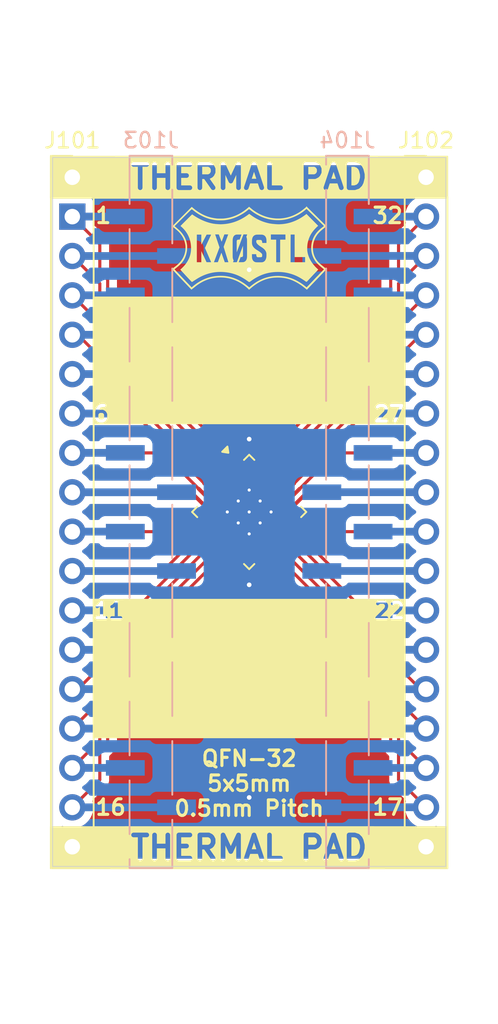
<source format=kicad_pcb>
(kicad_pcb (version 20241229) (generator "pcbnew") (generator_version "9.0")
  (layers (0 "F.Cu" signal) (2 "B.Cu" signal) (13 "F.Paste" user) (15 "B.Paste" user) (5 "F.SilkS" user "F.Silkscreen") (7 "B.SilkS" user "B.Silkscreen") (1 "F.Mask" user) (3 "B.Mask" user) (25 "Edge.Cuts" user))
  (net 0 "")
  (net 1 "/27")
  (net 2 "/10")
  (net 3 "/3")
  (net 4 "/6")
  (net 5 "/8")
  (net 6 "/1")
  (net 7 "/31")
  (net 8 "/7")
  (net 9 "/28")
  (net 10 "/2")
  (net 11 "/32")
  (net 12 "/24")
  (net 13 "/23")
  (net 14 "/19")
  (net 15 "/20")
  (net 16 "/18")
  (net 17 "/9")
  (net 18 "/14")
  (net 19 "/26")
  (net 20 "/21")
  (net 21 "/16")
  (net 22 "/29")
  (net 23 "/15")
  (net 24 "/25")
  (net 25 "/30")
  (net 26 "/33")
  (net 27 "/17")
  (net 28 "/5")
  (net 29 "/4")
  (net 30 "/13")
  (net 31 "/12")
  (net 32 "/11")
  (net 33 "/22")
  (footprint "Package_DFN_QFN:QFN-32-1EP_5x5mm_P0.5mm_EP3.1x3.1mm_ThermalVias" (layer "F.Cu") (at 138.43 120.65 -45)
    (property "Reference" "U101" (hide yes))
    (property "Value" "QFN-48")
    (pad "1" smd roundrect (at -2.7875 -1.75 315) (size 1.325 0.25) (layers "F.Cu" "F.Mask" "F.Paste") (net 6 "/1"))
    (pad "2" smd roundrect (at -2.7875 -1.25 315) (size 1.325 0.25) (layers "F.Cu" "F.Mask" "F.Paste") (net 10 "/2"))
    (pad "3" smd roundrect (at -2.7875 -0.75 315) (size 1.325 0.25) (layers "F.Cu" "F.Mask" "F.Paste") (net 3 "/3"))
    (pad "4" smd roundrect (at -2.7875 -0.25 315) (size 1.325 0.25) (layers "F.Cu" "F.Mask" "F.Paste") (net 29 "/4"))
    (pad "5" smd roundrect (at -2.7875 0.25 315) (size 1.325 0.25) (layers "F.Cu" "F.Mask" "F.Paste") (net 28 "/5"))
    (pad "6" smd roundrect (at -2.7875 0.75 315) (size 1.325 0.25) (layers "F.Cu" "F.Mask" "F.Paste") (net 4 "/6"))
    (pad "7" smd roundrect (at -2.7875 1.25 315) (size 1.325 0.25) (layers "F.Cu" "F.Mask" "F.Paste") (net 8 "/7"))
    (pad "8" smd roundrect (at -2.7875 1.75 315) (size 1.325 0.25) (layers "F.Cu" "F.Mask" "F.Paste") (net 5 "/8"))
    (pad "9" smd roundrect (at -1.75 2.7875 315) (size 0.25 1.325) (layers "F.Cu" "F.Mask" "F.Paste") (net 17 "/9"))
    (pad "10" smd roundrect (at -1.25 2.7875 315) (size 0.25 1.325) (layers "F.Cu" "F.Mask" "F.Paste") (net 2 "/10"))
    (pad "11" smd roundrect (at -0.75 2.7875 315) (size 0.25 1.325) (layers "F.Cu" "F.Mask" "F.Paste") (net 32 "/11"))
    (pad "12" smd roundrect (at -0.25 2.7875 315) (size 0.25 1.325) (layers "F.Cu" "F.Mask" "F.Paste") (net 31 "/12"))
    (pad "13" smd roundrect (at 0.25 2.7875 315) (size 0.25 1.325) (layers "F.Cu" "F.Mask" "F.Paste") (net 30 "/13"))
    (pad "14" smd roundrect (at 0.75 2.7875 315) (size 0.25 1.325) (layers "F.Cu" "F.Mask" "F.Paste") (net 18 "/14"))
    (pad "15" smd roundrect (at 1.25 2.7875 315) (size 0.25 1.325) (layers "F.Cu" "F.Mask" "F.Paste") (net 23 "/15"))
    (pad "16" smd roundrect (at 1.75 2.7875 315) (size 0.25 1.325) (layers "F.Cu" "F.Mask" "F.Paste") (net 21 "/16"))
    (pad "17" smd roundrect (at 2.7875 1.75 315) (size 1.325 0.25) (layers "F.Cu" "F.Mask" "F.Paste") (net 27 "/17"))
    (pad "18" smd roundrect (at 2.7875 1.25 315) (size 1.325 0.25) (layers "F.Cu" "F.Mask" "F.Paste") (net 16 "/18"))
    (pad "19" smd roundrect (at 2.7875 0.75 315) (size 1.325 0.25) (layers "F.Cu" "F.Mask" "F.Paste") (net 14 "/19"))
    (pad "20" smd roundrect (at 2.7875 0.25 315) (size 1.325 0.25) (layers "F.Cu" "F.Mask" "F.Paste") (net 15 "/20"))
    (pad "21" smd roundrect (at 2.7875 -0.25 315) (size 1.325 0.25) (layers "F.Cu" "F.Mask" "F.Paste") (net 20 "/21"))
    (pad "22" smd roundrect (at 2.7875 -0.75 315) (size 1.325 0.25) (layers "F.Cu" "F.Mask" "F.Paste") (net 33 "/22"))
    (pad "23" smd roundrect (at 2.7875 -1.25 315) (size 1.325 0.25) (layers "F.Cu" "F.Mask" "F.Paste") (net 13 "/23"))
    (pad "24" smd roundrect (at 2.7875 -1.75 315) (size 1.325 0.25) (layers "F.Cu" "F.Mask" "F.Paste") (net 12 "/24"))
    (pad "25" smd roundrect (at 1.75 -2.7875 315) (size 0.25 1.325) (layers "F.Cu" "F.Mask" "F.Paste") (net 24 "/25"))
    (pad "26" smd roundrect (at 1.25 -2.7875 315) (size 0.25 1.325) (layers "F.Cu" "F.Mask" "F.Paste") (net 19 "/26"))
    (pad "27" smd roundrect (at 0.75 -2.7875 315) (size 0.25 1.325) (layers "F.Cu" "F.Mask" "F.Paste") (net 1 "/27"))
    (pad "28" smd roundrect (at 0.25 -2.7875 315) (size 0.25 1.325) (layers "F.Cu" "F.Mask" "F.Paste") (net 9 "/28"))
    (pad "29" smd roundrect (at -0.25 -2.7875 315) (size 0.25 1.325) (layers "F.Cu" "F.Mask" "F.Paste") (net 22 "/29"))
    (pad "30" smd roundrect (at -0.75 -2.7875 315) (size 0.25 1.325) (layers "F.Cu" "F.Mask" "F.Paste") (net 25 "/30"))
    (pad "31" smd roundrect (at -1.25 -2.7875 315) (size 0.25 1.325) (layers "F.Cu" "F.Mask" "F.Paste") (net 7 "/31"))
    (pad "32" smd roundrect (at -1.75 -2.7875 315) (size 0.25 1.325) (layers "F.Cu" "F.Mask" "F.Paste") (net 11 "/32"))
    (pad "33" thru_hole circle (at -1 -1 315) (size 0.5 0.5) (drill 0.2) (property pad_prop_heatsink) (layers "*.Cu") (net 26 "/33"))
    (pad "33" thru_hole circle (at -1 0 315) (size 0.5 0.5) (drill 0.2) (property pad_prop_heatsink) (layers "*.Cu") (net 26 "/33"))
    (pad "33" thru_hole circle (at -1 1 315) (size 0.5 0.5) (drill 0.2) (property pad_prop_heatsink) (layers "*.Cu") (net 26 "/33"))
    (pad "33" thru_hole circle (at 0 -1 315) (size 0.5 0.5) (drill 0.2) (property pad_prop_heatsink) (layers "*.Cu") (net 26 "/33"))
    (pad "33" thru_hole circle (at 0 0 315) (size 0.5 0.5) (drill 0.2) (property pad_prop_heatsink) (layers "*.Cu") (net 26 "/33"))
    (pad "33" smd rect (at 0 0 315) (size 2.5 2.5) (property pad_prop_heatsink) (layers "F.Cu" "F.Mask") (net 26 "/33"))
    (pad "33" smd rect (at 0 0 315) (size 2.5 2.5) (property pad_prop_heatsink) (layers "B.Cu") (net 26 "/33"))
    (pad "33" thru_hole circle (at 0 1 315) (size 0.5 0.5) (drill 0.2) (property pad_prop_heatsink) (layers "*.Cu") (net 26 "/33"))
    (pad "33" thru_hole circle (at 1 -1 315) (size 0.5 0.5) (drill 0.2) (property pad_prop_heatsink) (layers "*.Cu") (net 26 "/33"))
    (pad "33" thru_hole circle (at 1 0 315) (size 0.5 0.5) (drill 0.2) (property pad_prop_heatsink) (layers "*.Cu") (net 26 "/33"))
    (pad "33" thru_hole circle (at 1 1 315) (size 0.5 0.5) (drill 0.2) (property pad_prop_heatsink) (layers "*.Cu") (net 26 "/33"))
  )
  (footprint "Connector_PinHeader_2.54mm:PinHeader_1x18_P2.54mm_Vertical" (layer "F.Cu") (at 127 99.061642)
    (property "Reference" "J101" (at 0 -2.38 0) (layer "F.SilkS"))
    (property "Value" "Conn_01x26")
    (pad "1" thru_hole circle (at 0 0) (size 1.7 1.7) (drill 1) (layers "*.Cu" "*.Mask") (net 26 "/33"))
    (pad "2" thru_hole rect (at 0 2.54) (size 1.7 1.7) (drill 1) (layers "*.Cu" "*.Mask") (net 6 "/1"))
    (pad "3" thru_hole circle (at 0 5.08) (size 1.7 1.7) (drill 1) (layers "*.Cu" "*.Mask") (net 10 "/2"))
    (pad "4" thru_hole circle (at 0 7.62) (size 1.7 1.7) (drill 1) (layers "*.Cu" "*.Mask") (net 3 "/3"))
    (pad "5" thru_hole circle (at 0 10.16) (size 1.7 1.7) (drill 1) (layers "*.Cu" "*.Mask") (net 29 "/4"))
    (pad "6" thru_hole circle (at 0 12.7) (size 1.7 1.7) (drill 1) (layers "*.Cu" "*.Mask") (net 28 "/5"))
    (pad "7" thru_hole circle (at 0 15.24) (size 1.7 1.7) (drill 1) (layers "*.Cu" "*.Mask") (net 4 "/6"))
    (pad "8" thru_hole circle (at 0 17.78) (size 1.7 1.7) (drill 1) (layers "*.Cu" "*.Mask") (net 8 "/7"))
    (pad "9" thru_hole circle (at 0 20.32) (size 1.7 1.7) (drill 1) (layers "*.Cu" "*.Mask") (net 5 "/8"))
    (pad "10" thru_hole circle (at 0 22.86) (size 1.7 1.7) (drill 1) (layers "*.Cu" "*.Mask") (net 17 "/9"))
    (pad "11" thru_hole circle (at 0 25.4) (size 1.7 1.7) (drill 1) (layers "*.Cu" "*.Mask") (net 2 "/10"))
    (pad "12" thru_hole circle (at 0 27.94) (size 1.7 1.7) (drill 1) (layers "*.Cu" "*.Mask") (net 32 "/11"))
    (pad "13" thru_hole circle (at 0 30.48) (size 1.7 1.7) (drill 1) (layers "*.Cu" "*.Mask") (net 31 "/12"))
    (pad "14" thru_hole circle (at 0 33.02) (size 1.7 1.7) (drill 1) (layers "*.Cu" "*.Mask") (net 30 "/13"))
    (pad "15" thru_hole circle (at 0 35.56) (size 1.7 1.7) (drill 1) (layers "*.Cu" "*.Mask") (net 18 "/14"))
    (pad "16" thru_hole circle (at 0 38.1) (size 1.7 1.7) (drill 1) (layers "*.Cu" "*.Mask") (net 23 "/15"))
    (pad "17" thru_hole circle (at 0 40.64) (size 1.7 1.7) (drill 1) (layers "*.Cu" "*.Mask") (net 21 "/16"))
    (pad "18" thru_hole circle (at 0 43.18) (size 1.7 1.7) (drill 1) (layers "*.Cu" "*.Mask") (net 26 "/33"))
  )
  (footprint "libraries:Logo_10mm_inv" (layer "F.Cu") (at 138.43 103.632)
    (property "Reference" "G***" (hide yes))
    (property "Value" "LOGO" (hide yes))
  )
  (footprint "Connector_PinHeader_2.54mm:PinHeader_1x18_P2.54mm_Vertical" (layer "F.Cu") (at 149.86 99.061642)
    (property "Reference" "J102" (at 0 -2.38 0) (layer "F.SilkS"))
    (property "Value" "Conn_01x26")
    (pad "1" thru_hole circle (at 0 0) (size 1.7 1.7) (drill 1) (layers "*.Cu" "*.Mask") (net 26 "/33"))
    (pad "2" thru_hole circle (at 0 2.54) (size 1.7 1.7) (drill 1) (layers "*.Cu" "*.Mask") (net 11 "/32"))
    (pad "3" thru_hole circle (at 0 5.08) (size 1.7 1.7) (drill 1) (layers "*.Cu" "*.Mask") (net 7 "/31"))
    (pad "4" thru_hole circle (at 0 7.62) (size 1.7 1.7) (drill 1) (layers "*.Cu" "*.Mask") (net 25 "/30"))
    (pad "5" thru_hole circle (at 0 10.16) (size 1.7 1.7) (drill 1) (layers "*.Cu" "*.Mask") (net 22 "/29"))
    (pad "6" thru_hole circle (at 0 12.7) (size 1.7 1.7) (drill 1) (layers "*.Cu" "*.Mask") (net 9 "/28"))
    (pad "7" thru_hole circle (at 0 15.24) (size 1.7 1.7) (drill 1) (layers "*.Cu" "*.Mask") (net 1 "/27"))
    (pad "8" thru_hole circle (at 0 17.78) (size 1.7 1.7) (drill 1) (layers "*.Cu" "*.Mask") (net 19 "/26"))
    (pad "9" thru_hole circle (at 0 20.32) (size 1.7 1.7) (drill 1) (layers "*.Cu" "*.Mask") (net 24 "/25"))
    (pad "10" thru_hole circle (at 0 22.86) (size 1.7 1.7) (drill 1) (layers "*.Cu" "*.Mask") (net 12 "/24"))
    (pad "11" thru_hole circle (at 0 25.4) (size 1.7 1.7) (drill 1) (layers "*.Cu" "*.Mask") (net 13 "/23"))
    (pad "12" thru_hole circle (at 0 27.94) (size 1.7 1.7) (drill 1) (layers "*.Cu" "*.Mask") (net 33 "/22"))
    (pad "13" thru_hole circle (at 0 30.48) (size 1.7 1.7) (drill 1) (layers "*.Cu" "*.Mask") (net 20 "/21"))
    (pad "14" thru_hole circle (at 0 33.02) (size 1.7 1.7) (drill 1) (layers "*.Cu" "*.Mask") (net 15 "/20"))
    (pad "15" thru_hole circle (at 0 35.56) (size 1.7 1.7) (drill 1) (layers "*.Cu" "*.Mask") (net 14 "/19"))
    (pad "16" thru_hole circle (at 0 38.1) (size 1.7 1.7) (drill 1) (layers "*.Cu" "*.Mask") (net 16 "/18"))
    (pad "17" thru_hole circle (at 0 40.64) (size 1.7 1.7) (drill 1) (layers "*.Cu" "*.Mask") (net 27 "/17"))
    (pad "18" thru_hole circle (at 0 43.18) (size 1.7 1.7) (drill 1) (layers "*.Cu" "*.Mask") (net 26 "/33"))
  )
  (footprint "Connector_PinHeader_2.54mm:PinHeader_1x18_P2.54mm_Vertical_SMD_Pin1Left" (layer "B.Cu") (at 132.08 120.646642 180)
    (property "Reference" "J103" (at 0 23.97 0) (layer "B.SilkS") (effects (justify mirror)))
    (property "Value" "Conn_01x26")
    (pad "1" smd rect (at -1.655 21.59 180) (size 2.51 1) (layers "B.Cu" "B.Mask" "B.Paste") (net 26 "/33"))
    (pad "2" smd rect (at 1.655 19.05 180) (size 2.51 1) (layers "B.Cu" "B.Mask" "B.Paste") (net 6 "/1"))
    (pad "3" smd rect (at -1.655 16.51 180) (size 2.51 1) (layers "B.Cu" "B.Mask" "B.Paste") (net 10 "/2"))
    (pad "4" smd rect (at 1.655 13.97 180) (size 2.51 1) (layers "B.Cu" "B.Mask" "B.Paste") (net 3 "/3"))
    (pad "5" smd rect (at -1.655 11.43 180) (size 2.51 1) (layers "B.Cu" "B.Mask" "B.Paste") (net 29 "/4"))
    (pad "6" smd rect (at 1.655 8.89 180) (size 2.51 1) (layers "B.Cu" "B.Mask" "B.Paste") (net 28 "/5"))
    (pad "7" smd rect (at -1.655 6.35 180) (size 2.51 1) (layers "B.Cu" "B.Mask" "B.Paste") (net 4 "/6"))
    (pad "8" smd rect (at 1.655 3.81 180) (size 2.51 1) (layers "B.Cu" "B.Mask" "B.Paste") (net 8 "/7"))
    (pad "9" smd rect (at -1.655 1.27 180) (size 2.51 1) (layers "B.Cu" "B.Mask" "B.Paste") (net 5 "/8"))
    (pad "10" smd rect (at 1.655 -1.27 180) (size 2.51 1) (layers "B.Cu" "B.Mask" "B.Paste") (net 17 "/9"))
    (pad "11" smd rect (at -1.655 -3.81 180) (size 2.51 1) (layers "B.Cu" "B.Mask" "B.Paste") (net 2 "/10"))
    (pad "12" smd rect (at 1.655 -6.35 180) (size 2.51 1) (layers "B.Cu" "B.Mask" "B.Paste") (net 32 "/11"))
    (pad "13" smd rect (at -1.655 -8.89 180) (size 2.51 1) (layers "B.Cu" "B.Mask" "B.Paste") (net 31 "/12"))
    (pad "14" smd rect (at 1.655 -11.43 180) (size 2.51 1) (layers "B.Cu" "B.Mask" "B.Paste") (net 30 "/13"))
    (pad "15" smd rect (at -1.655 -13.97 180) (size 2.51 1) (layers "B.Cu" "B.Mask" "B.Paste") (net 18 "/14"))
    (pad "16" smd rect (at 1.655 -16.51 180) (size 2.51 1) (layers "B.Cu" "B.Mask" "B.Paste") (net 23 "/15"))
    (pad "17" smd rect (at -1.655 -19.05 180) (size 2.51 1) (layers "B.Cu" "B.Mask" "B.Paste") (net 21 "/16"))
    (pad "18" smd rect (at 1.655 -21.59 180) (size 2.51 1) (layers "B.Cu" "B.Mask" "B.Paste") (net 26 "/33"))
  )
  (footprint "Connector_PinHeader_2.54mm:PinHeader_1x18_P2.54mm_Vertical_SMD_Pin1Right" (layer "B.Cu") (at 144.78 120.646642 180)
    (property "Reference" "J104" (at 0 23.97 0) (layer "B.SilkS") (effects (justify mirror)))
    (property "Value" "Conn_01x26")
    (pad "1" smd rect (at 1.655 21.59 180) (size 2.51 1) (layers "B.Cu" "B.Mask" "B.Paste") (net 26 "/33"))
    (pad "2" smd rect (at -1.655 19.05 180) (size 2.51 1) (layers "B.Cu" "B.Mask" "B.Paste") (net 11 "/32"))
    (pad "3" smd rect (at 1.655 16.51 180) (size 2.51 1) (layers "B.Cu" "B.Mask" "B.Paste") (net 7 "/31"))
    (pad "4" smd rect (at -1.655 13.97 180) (size 2.51 1) (layers "B.Cu" "B.Mask" "B.Paste") (net 25 "/30"))
    (pad "5" smd rect (at 1.655 11.43 180) (size 2.51 1) (layers "B.Cu" "B.Mask" "B.Paste") (net 22 "/29"))
    (pad "6" smd rect (at -1.655 8.89 180) (size 2.51 1) (layers "B.Cu" "B.Mask" "B.Paste") (net 9 "/28"))
    (pad "7" smd rect (at 1.655 6.35 180) (size 2.51 1) (layers "B.Cu" "B.Mask" "B.Paste") (net 1 "/27"))
    (pad "8" smd rect (at -1.655 3.81 180) (size 2.51 1) (layers "B.Cu" "B.Mask" "B.Paste") (net 19 "/26"))
    (pad "9" smd rect (at 1.655 1.27 180) (size 2.51 1) (layers "B.Cu" "B.Mask" "B.Paste") (net 24 "/25"))
    (pad "10" smd rect (at -1.655 -1.27 180) (size 2.51 1) (layers "B.Cu" "B.Mask" "B.Paste") (net 12 "/24"))
    (pad "11" smd rect (at 1.655 -3.81 180) (size 2.51 1) (layers "B.Cu" "B.Mask" "B.Paste") (net 13 "/23"))
    (pad "12" smd rect (at -1.655 -6.35 180) (size 2.51 1) (layers "B.Cu" "B.Mask" "B.Paste") (net 33 "/22"))
    (pad "13" smd rect (at 1.655 -8.89 180) (size 2.51 1) (layers "B.Cu" "B.Mask" "B.Paste") (net 20 "/21"))
    (pad "14" smd rect (at -1.655 -11.43 180) (size 2.51 1) (layers "B.Cu" "B.Mask" "B.Paste") (net 15 "/20"))
    (pad "15" smd rect (at 1.655 -13.97 180) (size 2.51 1) (layers "B.Cu" "B.Mask" "B.Paste") (net 14 "/19"))
    (pad "16" smd rect (at -1.655 -16.51 180) (size 2.51 1) (layers "B.Cu" "B.Mask" "B.Paste") (net 16 "/18"))
    (pad "17" smd rect (at 1.655 -19.05 180) (size 2.51 1) (layers "B.Cu" "B.Mask" "B.Paste") (net 27 "/17"))
    (pad "18" smd rect (at -1.655 -21.59 180) (size 2.51 1) (layers "B.Cu" "B.Mask" "B.Paste") (net 26 "/33"))
  )
  (gr_rect (start 125.603 140.96975) (end 130.683 143.637) (stroke (width 0.1)) (fill yes) (layer "F.SilkS"))
  (gr_rect (start 130.36975 99.987225) (end 146.1685 100.393625) (stroke (width 0.1)) (fill yes) (layer "F.SilkS"))
  (gr_rect (start 146.0415 140.96975) (end 151.24 143.637) (stroke (width 0.1)) (fill yes) (layer "F.SilkS"))
  (gr_rect (start 130.332 126.3056) (end 146.488 128.91) (stroke (width 0.1)) (fill yes) (layer "F.SilkS"))
  (gr_rect (start 129.7855 97.726375) (end 146.72725 97.954975) (stroke (width 0.1)) (fill yes) (layer "F.SilkS"))
  (gr_rect (start 130.4205 140.96975) (end 146.47325 141.1981) (stroke (width 0.1)) (fill yes) (layer "F.SilkS"))
  (gr_rect (start 128.36935 106.807) (end 148.43535 113.5414) (stroke (width 0.1)) (fill yes) (layer "F.SilkS"))
  (gr_rect (start 129.48075 143.2306) (end 147.1845 143.637) (stroke (width 0.1)) (fill yes) (layer "F.SilkS"))
  (gr_rect (start 128.397 127.6905) (end 148.463 135.1915) (stroke (width 0.1)) (fill yes) (layer "F.SilkS"))
  (gr_rect (start 125.603 97.726375) (end 130.683 100.393625) (stroke (width 0.1)) (fill yes) (layer "F.SilkS"))
  (gr_rect (start 129.337 108.1856) (end 146.453 114.94) (stroke (width 0.1)) (fill yes) (layer "F.SilkS"))
  (gr_rect (start 146.05425 97.726375) (end 151.24 100.393625) (stroke (width 0.1)) (fill yes) (layer "F.SilkS"))
  (gr_rect (start 125.73 97.79) (end 151.13 143.51) (stroke (width 0.05)) (fill no) (layer "Edge.Cuts"))
  (gr_text "32" (at 148.463 101.536375 0) (layer "F.SilkS") (effects (font (size 1 1) (thickness 0.2) (bold yes)) (justify right)))
  (gr_text "6" (at 128.26 114.33 0) (layer "F.SilkS" knockout) (effects (font (size 1 1) (thickness 0.2) (bold yes)) (justify left)))
  (gr_text "17" (at 148.463 139.7 0) (layer "F.SilkS") (effects (font (size 1 1) (thickness 0.2) (bold yes)) (justify right)))
  (gr_text "QFN-32\n5x5mm\n0.5mm Pitch" (at 138.43 140.354569 0) (layer "F.SilkS") (effects (font (size 1 1) (thickness 0.2) (bold yes)) (justify bottom)))
  (gr_text "11" (at 128.28 127.02 0) (layer "F.SilkS" knockout) (effects (font (size 1 1) (thickness 0.2) (bold yes)) (justify left)))
  (gr_text "THERMAL PAD" (at 138.4215 142.303375 0) (layer "F.SilkS" knockout) (effects (font (size 1.5 1.5) (thickness 0.3))))
  (gr_text "27" (at 148.56 114.33 0) (layer "F.SilkS" knockout) (effects (font (size 1 1) (thickness 0.2) (bold yes)) (justify right)))
  (gr_text "THERMAL PAD" (at 138.4215 99.06 0) (layer "F.SilkS" knockout) (effects (font (size 1.5 1.5) (thickness 0.3))))
  (gr_text "1" (at 128.397 101.536375 0) (layer "F.SilkS") (effects (font (size 1 1) (thickness 0.2) (bold yes)) (justify left)))
  (gr_text "16" (at 128.397 139.7 0) (layer "F.SilkS") (effects (font (size 1 1) (thickness 0.2) (bold yes)) (justify left)))
  (gr_text "22" (at 148.58 127.02 0) (layer "F.SilkS" knockout) (effects (font (size 1 1) (thickness 0.2) (bold yes)) (justify right)))
  (segment (start 145.839018 114.301642) (end 149.86 114.301642) (width 0.2) (layer "F.Cu") (net 1))
  (segment (start 140.93139 119.20927) (end 145.839018 114.301642) (width 0.2) (layer "F.Cu") (net 1))
  (segment (start 143.125 114.296642) (end 149.855 114.296642) (width 0.5) (layer "B.Cu") (net 1))
  (segment (start 149.855 114.296642) (end 149.86 114.301642) (width 0.5) (layer "B.Cu") (net 1))
  (segment (start 132.853875 124.46) (end 127 124.459999) (width 0.2) (layer "F.Cu") (net 2))
  (segment (start 135.575056 121.738819) (end 132.853875 124.46) (width 0.2) (layer "F.Cu") (net 2))
  (segment (start 133.73 124.461642) (end 133.735 124.456642) (width 0.5) (layer "B.Cu") (net 2))
  (segment (start 127 124.461642) (end 133.73 124.461642) (width 0.5) (layer "B.Cu") (net 2))
  (segment (start 128.778 109.93734) (end 128.778 108.459642) (width 0.2) (layer "F.Cu") (net 3))
  (segment (start 127 106.681642) (end 128.778 108.459642) (width 0.2) (layer "F.Cu") (net 3))
  (segment (start 136.98927 118.14861) (end 128.778 109.93734) (width 0.2) (layer "F.Cu") (net 3))
  (segment (start 127.005 106.676642) (end 127 106.681642) (width 0.5) (layer "B.Cu") (net 3))
  (segment (start 130.425 106.676642) (end 127.005 106.676642) (width 0.5) (layer "B.Cu") (net 3))
  (segment (start 131.020982 114.301642) (end 127 114.301642) (width 0.2) (layer "F.Cu") (net 4))
  (segment (start 135.92861 119.20927) (end 131.020982 114.301642) (width 0.2) (layer "F.Cu") (net 4))
  (segment (start 133.73 114.301642) (end 133.735 114.296642) (width 0.5) (layer "B.Cu") (net 4))
  (segment (start 127 114.301642) (end 133.73 114.301642) (width 0.5) (layer "B.Cu") (net 4))
  (segment (start 135.221503 119.916377) (end 134.686768 119.381642) (width 0.2) (layer "F.Cu") (net 5))
  (segment (start 134.686768 119.381642) (end 127 119.381642) (width 0.2) (layer "F.Cu") (net 5))
  (segment (start 127 119.381642) (end 133.73 119.381642) (width 0.5) (layer "B.Cu") (net 5))
  (segment (start 133.73 119.381642) (end 133.735 119.376642) (width 0.5) (layer "B.Cu") (net 5))
  (segment (start 129.794 109.539126) (end 129.794 107.95) (width 0.2) (layer "F.Cu") (net 6))
  (segment (start 129.286 107.442) (end 129.286 105.664) (width 0.2) (layer "F.Cu") (net 6))
  (segment (start 128.778 105.156) (end 128.778 103.379642) (width 0.2) (layer "F.Cu") (net 6))
  (segment (start 129.286 105.664) (end 128.778 105.156) (width 0.2) (layer "F.Cu") (net 6))
  (segment (start 129.794 107.95) (end 129.286 107.442) (width 0.2) (layer "F.Cu") (net 6))
  (segment (start 137.696377 117.441503) (end 129.794 109.539126) (width 0.2) (layer "F.Cu") (net 6))
  (segment (start 128.778 103.379642) (end 127 101.601642) (width 0.2) (layer "F.Cu") (net 6))
  (segment (start 127.005 101.596642) (end 127 101.601642) (width 0.5) (layer "B.Cu") (net 6))
  (segment (start 130.425 101.596642) (end 127.005 101.596642) (width 0.5) (layer "B.Cu") (net 6))
  (segment (start 144.018 113.284) (end 147.574 109.728) (width 0.2) (layer "F.Cu") (net 7))
  (segment (start 148.082 105.919642) (end 149.86 104.141642) (width 0.2) (layer "F.Cu") (net 7))
  (segment (start 139.517177 117.795056) (end 144.018 113.294233) (width 0.2) (layer "F.Cu") (net 7))
  (segment (start 147.574 109.728) (end 147.574 108.204) (width 0.2) (layer "F.Cu") (net 7))
  (segment (start 144.018 113.294233) (end 144.018 113.284) (width 0.2) (layer "F.Cu") (net 7))
  (segment (start 147.574 108.204) (end 148.082 107.696) (width 0.2) (layer "F.Cu") (net 7))
  (segment (start 148.082 107.696) (end 148.082 105.919642) (width 0.2) (layer "F.Cu") (net 7))
  (segment (start 143.125 104.136642) (end 149.855 104.136642) (width 0.5) (layer "B.Cu") (net 7))
  (segment (start 149.855 104.136642) (end 149.86 104.141642) (width 0.5) (layer "B.Cu") (net 7))
  (segment (start 132.853875 116.841642) (end 127 116.841642) (width 0.2) (layer "F.Cu") (net 8))
  (segment (start 135.575056 119.562823) (end 132.853875 116.841642) (width 0.2) (layer "F.Cu") (net 8))
  (segment (start 130.425 116.836642) (end 127.005 116.836642) (width 0.5) (layer "B.Cu") (net 8))
  (segment (start 127.005 116.836642) (end 127 116.841642) (width 0.5) (layer "B.Cu") (net 8))
  (segment (start 147.671912 111.761642) (end 149.86 111.761642) (width 0.2) (layer "F.Cu") (net 9))
  (segment (start 140.577837 118.855717) (end 147.671912 111.761642) (width 0.2) (layer "F.Cu") (net 9))
  (segment (start 149.86 111.761642) (end 146.44 111.761642) (width 0.5) (layer "B.Cu") (net 9))
  (segment (start 146.44 111.761642) (end 146.435 111.756642) (width 0.5) (layer "B.Cu") (net 9))
  (segment (start 137.342823 117.795056) (end 129.286 109.738233) (width 0.2) (layer "F.Cu") (net 10))
  (segment (start 128.778 105.919642) (end 127 104.141642) (width 0.2) (layer "F.Cu") (net 10))
  (segment (start 129.286 108.204) (end 128.778 107.696) (width 0.2) (layer "F.Cu") (net 10))
  (segment (start 129.286 109.738233) (end 129.286 108.204) (width 0.2) (layer "F.Cu") (net 10))
  (segment (start 128.778 107.696) (end 128.778 105.919642) (width 0.2) (layer "F.Cu") (net 10))
  (segment (start 127 104.141642) (end 133.73 104.141642) (width 0.5) (layer "B.Cu") (net 10))
  (segment (start 133.73 104.141642) (end 133.735 104.136642) (width 0.5) (layer "B.Cu") (net 10))
  (segment (start 148.082 103.379642) (end 149.86 101.601642) (width 0.2) (layer "F.Cu") (net 11))
  (segment (start 147.574 105.664) (end 148.082 105.156) (width 0.2) (layer "F.Cu") (net 11))
  (segment (start 147.574 107.442) (end 147.574 105.664) (width 0.2) (layer "F.Cu") (net 11))
  (segment (start 139.163623 117.441503) (end 147.066 109.539126) (width 0.2) (layer "F.Cu") (net 11))
  (segment (start 147.066 107.95) (end 147.574 107.442) (width 0.2) (layer "F.Cu") (net 11))
  (segment (start 147.066 109.539126) (end 147.066 107.95) (width 0.2) (layer "F.Cu") (net 11))
  (segment (start 148.082 105.156) (end 148.082 103.379642) (width 0.2) (layer "F.Cu") (net 11))
  (segment (start 149.86 101.601642) (end 146.44 101.601642) (width 0.5) (layer "B.Cu") (net 11))
  (segment (start 146.44 101.601642) (end 146.435 101.596642) (width 0.5) (layer "B.Cu") (net 11))
  (segment (start 141.638497 121.385265) (end 142.173232 121.92) (width 0.2) (layer "F.Cu") (net 12))
  (segment (start 142.173232 121.92) (end 149.86 121.92) (width 0.2) (layer "F.Cu") (net 12))
  (segment (start 146.44 121.921642) (end 146.435 121.916642) (width 0.5) (layer "B.Cu") (net 12))
  (segment (start 149.86 121.921642) (end 146.44 121.921642) (width 0.5) (layer "B.Cu") (net 12))
  (segment (start 141.284944 121.738819) (end 144.006125 124.46) (width 0.2) (layer "F.Cu") (net 13))
  (segment (start 144.006125 124.46) (end 149.86 124.459999) (width 0.2) (layer "F.Cu") (net 13))
  (segment (start 143.125 124.456642) (end 149.855 124.456642) (width 0.5) (layer "B.Cu") (net 13))
  (segment (start 149.855 124.456642) (end 149.86 124.461642) (width 0.5) (layer "B.Cu") (net 13))
  (segment (start 139.87073 123.153032) (end 148.082 131.364302) (width 0.2) (layer "F.Cu") (net 14))
  (segment (start 148.082 131.364302) (end 148.082 132.842) (width 0.2) (layer "F.Cu") (net 14))
  (segment (start 149.86 134.619999) (end 148.082 132.842) (width 0.2) (layer "F.Cu") (net 14))
  (segment (start 143.125 134.616642) (end 149.855 134.616642) (width 0.5) (layer "B.Cu") (net 14))
  (segment (start 149.855 134.616642) (end 149.86 134.621642) (width 0.5) (layer "B.Cu") (net 14))
  (segment (start 140.224283 122.799479) (end 149.504804 132.080001) (width 0.2) (layer "F.Cu") (net 15))
  (segment (start 149.504804 132.080001) (end 149.86 132.08) (width 0.2) (layer "F.Cu") (net 15))
  (segment (start 149.86 132.081642) (end 146.44 132.081642) (width 0.5) (layer "B.Cu") (net 15))
  (segment (start 146.44 132.081642) (end 146.435 132.076642) (width 0.5) (layer "B.Cu") (net 15))
  (segment (start 139.517177 123.506586) (end 147.574 131.563409) (width 0.2) (layer "F.Cu") (net 16))
  (segment (start 148.082 135.382) (end 149.86 137.160001) (width 0.2) (layer "F.Cu") (net 16))
  (segment (start 148.082 133.605642) (end 148.082 135.382) (width 0.2) (layer "F.Cu") (net 16))
  (segment (start 147.574 133.097642) (end 148.082 133.605642) (width 0.2) (layer "F.Cu") (net 16))
  (segment (start 147.574 131.563409) (end 147.574 133.097642) (width 0.2) (layer "F.Cu") (net 16))
  (segment (start 146.44 137.161642) (end 146.435 137.156642) (width 0.5) (layer "B.Cu") (net 16))
  (segment (start 149.86 137.161642) (end 146.44 137.161642) (width 0.5) (layer "B.Cu") (net 16))
  (segment (start 134.686768 121.92) (end 127 121.92) (width 0.2) (layer "F.Cu") (net 17))
  (segment (start 135.221503 121.385265) (end 134.686768 121.92) (width 0.2) (layer "F.Cu") (net 17))
  (segment (start 127.005 121.916642) (end 127 121.921642) (width 0.5) (layer "B.Cu") (net 17))
  (segment (start 130.425 121.916642) (end 127.005 121.916642) (width 0.5) (layer "B.Cu") (net 17))
  (segment (start 128.777999 132.842) (end 127 134.619999) (width 0.2) (layer "F.Cu") (net 18))
  (segment (start 136.98927 123.153032) (end 128.778 131.364302) (width 0.2) (layer "F.Cu") (net 18))
  (segment (start 128.778 131.364302) (end 128.777999 132.842) (width 0.2) (layer "F.Cu") (net 18))
  (segment (start 133.73 134.621642) (end 133.735 134.616642) (width 0.5) (layer "B.Cu") (net 18))
  (segment (start 127 134.621642) (end 133.73 134.621642) (width 0.5) (layer "B.Cu") (net 18))
  (segment (start 141.284944 119.562823) (end 144.006125 116.841642) (width 0.2) (layer "F.Cu") (net 19))
  (segment (start 144.006125 116.841642) (end 149.86 116.841642) (width 0.2) (layer "F.Cu") (net 19))
  (segment (start 146.44 116.841642) (end 146.435 116.836642) (width 0.5) (layer "B.Cu") (net 19))
  (segment (start 149.86 116.841642) (end 146.44 116.841642) (width 0.5) (layer "B.Cu") (net 19))
  (segment (start 147.671912 129.54) (end 149.86 129.54) (width 0.2) (layer "F.Cu") (net 20))
  (segment (start 140.577837 122.445925) (end 147.671912 129.54) (width 0.2) (layer "F.Cu") (net 20))
  (segment (start 143.125 129.536642) (end 149.855 129.536642) (width 0.5) (layer "B.Cu") (net 20))
  (segment (start 149.855 129.536642) (end 149.86 129.541642) (width 0.5) (layer "B.Cu") (net 20))
  (segment (start 137.696377 123.860139) (end 129.794 131.762516) (width 0.2) (layer "F.Cu") (net 21))
  (segment (start 129.286 133.859642) (end 129.286 135.637642) (width 0.2) (layer "F.Cu") (net 21))
  (segment (start 129.794 133.351642) (end 129.286 133.859642) (width 0.2) (layer "F.Cu") (net 21))
  (segment (start 129.286 135.637642) (end 128.778 136.145642) (width 0.2) (layer "F.Cu") (net 21))
  (segment (start 128.778 137.922) (end 127 139.7) (width 0.2) (layer "F.Cu") (net 21))
  (segment (start 128.778 136.145642) (end 128.778 137.922) (width 0.2) (layer "F.Cu") (net 21))
  (segment (start 129.794 131.762516) (end 129.794 133.351642) (width 0.2) (layer "F.Cu") (net 21))
  (segment (start 133.73 139.701642) (end 133.735 139.696642) (width 0.5) (layer "B.Cu") (net 21))
  (segment (start 127 139.701642) (end 133.73 139.701642) (width 0.5) (layer "B.Cu") (net 21))
  (segment (start 140.224283 118.502163) (end 149.504804 109.221642) (width 0.2) (layer "F.Cu") (net 22))
  (segment (start 149.504804 109.221642) (end 149.86 109.221642) (width 0.2) (layer "F.Cu") (net 22))
  (segment (start 149.855 109.216642) (end 149.86 109.221642) (width 0.5) (layer "B.Cu") (net 22))
  (segment (start 143.125 109.216642) (end 149.855 109.216642) (width 0.5) (layer "B.Cu") (net 22))
  (segment (start 132.842 128.007409) (end 132.842 128.017642) (width 0.2) (layer "F.Cu") (net 23))
  (segment (start 128.778 133.605642) (end 128.778 135.382) (width 0.2) (layer "F.Cu") (net 23))
  (segment (start 129.286 131.573642) (end 129.286 133.097642) (width 0.2) (layer "F.Cu") (net 23))
  (segment (start 128.778 135.382) (end 127 137.160001) (width 0.2) (layer "F.Cu") (net 23))
  (segment (start 129.286 133.097642) (end 128.778 133.605642) (width 0.2) (layer "F.Cu") (net 23))
  (segment (start 137.342823 123.506586) (end 132.842 128.007409) (width 0.2) (layer "F.Cu") (net 23))
  (segment (start 132.842 128.017642) (end 129.286 131.573642) (width 0.2) (layer "F.Cu") (net 23))
  (segment (start 127.005 137.156642) (end 127 137.161642) (width 0.5) (layer "B.Cu") (net 23))
  (segment (start 130.425 137.156642) (end 127.005 137.156642) (width 0.5) (layer "B.Cu") (net 23))
  (segment (start 142.173232 119.381642) (end 149.86 119.381642) (width 0.2) (layer "F.Cu") (net 24))
  (segment (start 141.638497 119.916377) (end 142.173232 119.381642) (width 0.2) (layer "F.Cu") (net 24))
  (segment (start 143.125 119.376642) (end 149.855 119.376642) (width 0.5) (layer "B.Cu") (net 24))
  (segment (start 149.855 119.376642) (end 149.86 119.381642) (width 0.5) (layer "B.Cu") (net 24))
  (segment (start 148.082 109.93734) (end 148.082 108.459642) (width 0.2) (layer "F.Cu") (net 25))
  (segment (start 148.082 108.459642) (end 149.86 106.681642) (width 0.2) (layer "F.Cu") (net 25))
  (segment (start 139.87073 118.14861) (end 148.082 109.93734) (width 0.2) (layer "F.Cu") (net 25))
  (segment (start 149.86 106.681642) (end 146.44 106.681642) (width 0.5) (layer "B.Cu") (net 25))
  (segment (start 146.44 106.681642) (end 146.435 106.676642) (width 0.5) (layer "B.Cu") (net 25))
  (via (at 138.43 105.029) (size 0.6) (drill 0.3) (layers "F.Cu" "B.Cu") (net 26))
  (via (at 138.43 139.065) (size 0.6) (drill 0.3) (layers "F.Cu" "B.Cu") (net 26))
  (via (at 138.43 115.951) (size 0.6) (drill 0.3) (layers "F.Cu" "B.Cu") (net 26))
  (via (at 138.43 125.349) (size 0.6) (drill 0.3) (layers "F.Cu" "B.Cu") (net 26))
  (segment (start 149.86 142.241642) (end 127 142.241642) (width 0.5) (layer "B.Cu") (net 26))
  (segment (start 127 99.061642) (end 149.86 99.061642) (width 0.5) (layer "B.Cu") (net 26))
  (segment (start 147.066 131.762516) (end 147.066 133.351642) (width 0.2) (layer "F.Cu") (net 27))
  (segment (start 147.574 133.859642) (end 147.574 135.637642) (width 0.2) (layer "F.Cu") (net 27))
  (segment (start 148.082 136.145642) (end 148.082 137.922) (width 0.2) (layer "F.Cu") (net 27))
  (segment (start 147.066 133.351642) (end 147.574 133.859642) (width 0.2) (layer "F.Cu") (net 27))
  (segment (start 147.574 135.637642) (end 148.082 136.145642) (width 0.2) (layer "F.Cu") (net 27))
  (segment (start 148.082 137.922) (end 149.86 139.7) (width 0.2) (layer "F.Cu") (net 27))
  (segment (start 139.163623 123.860139) (end 147.066 131.762516) (width 0.2) (layer "F.Cu") (net 27))
  (segment (start 143.125 139.696642) (end 149.855 139.696642) (width 0.5) (layer "B.Cu") (net 27))
  (segment (start 149.855 139.696642) (end 149.86 139.701642) (width 0.5) (layer "B.Cu") (net 27))
  (segment (start 129.188088 111.761642) (end 127 111.761642) (width 0.2) (layer "F.Cu") (net 28))
  (segment (start 136.282163 118.855717) (end 129.188088 111.761642) (width 0.2) (layer "F.Cu") (net 28))
  (segment (start 130.425 111.756642) (end 127.005 111.756642) (width 0.5) (layer "B.Cu") (net 28))
  (segment (start 127.005 111.756642) (end 127 111.761642) (width 0.5) (layer "B.Cu") (net 28))
  (segment (start 136.635717 118.502163) (end 127.355196 109.221642) (width 0.2) (layer "F.Cu") (net 29))
  (segment (start 127.355196 109.221642) (end 127 109.221642) (width 0.2) (layer "F.Cu") (net 29))
  (segment (start 133.73 109.221642) (end 133.735 109.216642) (width 0.5) (layer "B.Cu") (net 29))
  (segment (start 127 109.221642) (end 133.73 109.221642) (width 0.5) (layer "B.Cu") (net 29))
  (segment (start 127.355196 132.080001) (end 127 132.08) (width 0.2) (layer "F.Cu") (net 30))
  (segment (start 136.635717 122.799479) (end 127.355196 132.080001) (width 0.2) (layer "F.Cu") (net 30))
  (segment (start 127.005 132.076642) (end 127 132.081642) (width 0.5) (layer "B.Cu") (net 30))
  (segment (start 130.425 132.076642) (end 127.005 132.076642) (width 0.5) (layer "B.Cu") (net 30))
  (segment (start 136.282163 122.445925) (end 129.188088 129.54) (width 0.2) (layer "F.Cu") (net 31))
  (segment (start 129.188088 129.54) (end 127 129.54) (width 0.2) (layer "F.Cu") (net 31))
  (segment (start 127 129.541642) (end 133.73 129.541642) (width 0.5) (layer "B.Cu") (net 31))
  (segment (start 133.73 129.541642) (end 133.735 129.536642) (width 0.5) (layer "B.Cu") (net 31))
  (segment (start 131.020982 127) (end 127 127) (width 0.2) (layer "F.Cu") (net 32))
  (segment (start 135.92861 122.092372) (end 131.020982 127) (width 0.2) (layer "F.Cu") (net 32))
  (segment (start 127.005 126.996642) (end 127 127.001642) (width 0.5) (layer "B.Cu") (net 32))
  (segment (start 130.425 126.996642) (end 127.005 126.996642) (width 0.5) (layer "B.Cu") (net 32))
  (segment (start 145.839018 127) (end 149.86 127) (width 0.2) (layer "F.Cu") (net 33))
  (segment (start 140.93139 122.092372) (end 145.839018 127) (width 0.2) (layer "F.Cu") (net 33))
  (segment (start 149.86 127.001642) (end 146.44 127.001642) (width 0.5) (layer "B.Cu") (net 33))
  (segment (start 146.44 127.001642) (end 146.435 126.996642) (width 0.5) (layer "B.Cu") (net 33))
  (zone (net 26) (net_name "/33") (layers "F.Cu" "B.Cu") (priority 1) (connect_pads yes (clearance 0.5)) (min_thickness 0.25) (fill yes (thermal_gap 0.5) (thermal_bridge_width 0.5))
    (polygon (pts (xy 125.73 97.79) (xy 151.13 97.79) (xy 151.13 143.51) (xy 125.73 143.51)))
  )
)
</source>
